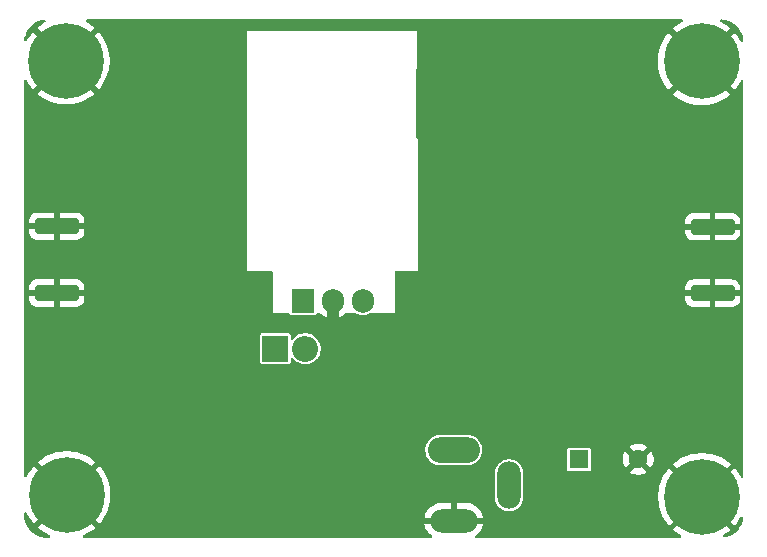
<source format=gbr>
%TF.GenerationSoftware,KiCad,Pcbnew,9.0.0*%
%TF.CreationDate,2025-03-21T19:43:46+05:30*%
%TF.ProjectId,HF-PA-v10,48462d50-412d-4763-9130-2e6b69636164,rev?*%
%TF.SameCoordinates,Original*%
%TF.FileFunction,Copper,L2,Bot*%
%TF.FilePolarity,Positive*%
%FSLAX46Y46*%
G04 Gerber Fmt 4.6, Leading zero omitted, Abs format (unit mm)*
G04 Created by KiCad (PCBNEW 9.0.0) date 2025-03-21 19:43:46*
%MOMM*%
%LPD*%
G01*
G04 APERTURE LIST*
G04 Aperture macros list*
%AMRoundRect*
0 Rectangle with rounded corners*
0 $1 Rounding radius*
0 $2 $3 $4 $5 $6 $7 $8 $9 X,Y pos of 4 corners*
0 Add a 4 corners polygon primitive as box body*
4,1,4,$2,$3,$4,$5,$6,$7,$8,$9,$2,$3,0*
0 Add four circle primitives for the rounded corners*
1,1,$1+$1,$2,$3*
1,1,$1+$1,$4,$5*
1,1,$1+$1,$6,$7*
1,1,$1+$1,$8,$9*
0 Add four rect primitives between the rounded corners*
20,1,$1+$1,$2,$3,$4,$5,0*
20,1,$1+$1,$4,$5,$6,$7,0*
20,1,$1+$1,$6,$7,$8,$9,0*
20,1,$1+$1,$8,$9,$2,$3,0*%
G04 Aperture macros list end*
%TA.AperFunction,ComponentPad*%
%ADD10C,0.800000*%
%TD*%
%TA.AperFunction,ComponentPad*%
%ADD11C,6.400000*%
%TD*%
%TA.AperFunction,SMDPad,CuDef*%
%ADD12RoundRect,0.250000X1.600000X-0.425000X1.600000X0.425000X-1.600000X0.425000X-1.600000X-0.425000X0*%
%TD*%
%TA.AperFunction,ComponentPad*%
%ADD13O,4.400000X2.200000*%
%TD*%
%TA.AperFunction,ComponentPad*%
%ADD14O,4.000000X2.000000*%
%TD*%
%TA.AperFunction,ComponentPad*%
%ADD15O,2.000000X4.000000*%
%TD*%
%TA.AperFunction,ComponentPad*%
%ADD16R,2.200000X2.200000*%
%TD*%
%TA.AperFunction,ComponentPad*%
%ADD17O,2.200000X2.200000*%
%TD*%
%TA.AperFunction,SMDPad,CuDef*%
%ADD18RoundRect,0.250000X-1.600000X0.425000X-1.600000X-0.425000X1.600000X-0.425000X1.600000X0.425000X0*%
%TD*%
%TA.AperFunction,ComponentPad*%
%ADD19R,1.905000X2.000000*%
%TD*%
%TA.AperFunction,ComponentPad*%
%ADD20O,1.905000X2.000000*%
%TD*%
%TA.AperFunction,ComponentPad*%
%ADD21R,1.600000X1.600000*%
%TD*%
%TA.AperFunction,ComponentPad*%
%ADD22C,1.600000*%
%TD*%
%TA.AperFunction,ViaPad*%
%ADD23C,0.800000*%
%TD*%
%TA.AperFunction,Conductor*%
%ADD24C,1.000000*%
%TD*%
G04 APERTURE END LIST*
D10*
%TO.P,H3,1,1*%
%TO.N,GND*%
X1250000Y-40310000D03*
X1952944Y-38612944D03*
X1952944Y-42007056D03*
X3650000Y-37910000D03*
D11*
X3650000Y-40310000D03*
D10*
X3650000Y-42710000D03*
X5347056Y-38612944D03*
X5347056Y-42007056D03*
X6050000Y-40310000D03*
%TD*%
D12*
%TO.P,RF_OUT1,2,Ext*%
%TO.N,GND*%
X58330000Y-17600000D03*
X58330000Y-23250000D03*
%TD*%
D13*
%TO.P,Power1,1*%
%TO.N,+VDC*%
X36410000Y-36505000D03*
D14*
%TO.P,Power1,2*%
%TO.N,GND*%
X36410000Y-42505000D03*
D15*
%TO.P,Power1,3*%
%TO.N,unconnected-(Power1-Pad3)*%
X41110000Y-39505000D03*
%TD*%
D10*
%TO.P,H4,1,1*%
%TO.N,GND*%
X55022944Y-40480000D03*
X55725888Y-38782944D03*
X55725888Y-42177056D03*
X57422944Y-38080000D03*
D11*
X57422944Y-40480000D03*
D10*
X57422944Y-42880000D03*
X59120000Y-38782944D03*
X59120000Y-42177056D03*
X59822944Y-40480000D03*
%TD*%
D16*
%TO.P,D1,1,K*%
%TO.N,4.5V*%
X21310000Y-27930000D03*
D17*
%TO.P,D1,2,A*%
%TO.N,Net-(D1-A)*%
X23850000Y-27930000D03*
%TD*%
D18*
%TO.P,RF_IN1,2,Ext*%
%TO.N,GND*%
X2805000Y-23230000D03*
X2805000Y-17580000D03*
%TD*%
D19*
%TO.P,Q1,1,G*%
%TO.N,Net-(Q1-G)*%
X23650000Y-23875000D03*
D20*
%TO.P,Q1,2,S*%
%TO.N,GND*%
X26190000Y-23875000D03*
%TO.P,Q1,3,D*%
%TO.N,/DRAIN*%
X28730000Y-23875000D03*
%TD*%
D21*
%TO.P,C6,1*%
%TO.N,+VDC*%
X47032349Y-37305000D03*
D22*
%TO.P,C6,2*%
%TO.N,GND*%
X52032349Y-37305000D03*
%TD*%
D10*
%TO.P,H1,1,1*%
%TO.N,GND*%
X1180000Y-3550000D03*
X1882944Y-1852944D03*
X1882944Y-5247056D03*
X3580000Y-1150000D03*
D11*
X3580000Y-3550000D03*
D10*
X3580000Y-5950000D03*
X5277056Y-1852944D03*
X5277056Y-5247056D03*
X5980000Y-3550000D03*
%TD*%
%TO.P,H2,1,1*%
%TO.N,GND*%
X55002944Y-3610000D03*
X55705888Y-1912944D03*
X55705888Y-5307056D03*
X57402944Y-1210000D03*
D11*
X57402944Y-3610000D03*
D10*
X57402944Y-6010000D03*
X59100000Y-1912944D03*
X59100000Y-5307056D03*
X59802944Y-3610000D03*
%TD*%
D23*
%TO.N,GND*%
X14610000Y-4630000D03*
X10975000Y-33900000D03*
X26200000Y-27650000D03*
X16775000Y-39800000D03*
X16725000Y-30900000D03*
X56610000Y-31630000D03*
X12525000Y-38300000D03*
X44560000Y-32950000D03*
X26200000Y-26150000D03*
X16110000Y-6130000D03*
X13110000Y-4630000D03*
X37625000Y-15550000D03*
X13110000Y-7630000D03*
X16110000Y-1630000D03*
X13110000Y-12105000D03*
X18200000Y-36900000D03*
X59450000Y-11050000D03*
X16100000Y-16300000D03*
X48500000Y-41950000D03*
X7100000Y-28650000D03*
X37625000Y-14050000D03*
X50850000Y-30150000D03*
X30700000Y-29150000D03*
X10110000Y-7630000D03*
X7110000Y-12130000D03*
X10110000Y-10605000D03*
X42125000Y-17050000D03*
X16110000Y-12105000D03*
X7150000Y-17550000D03*
X55100000Y-15550000D03*
X53840000Y-27370000D03*
X24080000Y-36630000D03*
X36125000Y-12550000D03*
X12110000Y-42630000D03*
X53700000Y-15550000D03*
X45100000Y-11050000D03*
X4110000Y-13380000D03*
X36125000Y-17050000D03*
X25580000Y-35130000D03*
X11610000Y-7630000D03*
X18200000Y-32400000D03*
X27500000Y-36650000D03*
X42125000Y-11050000D03*
X49350000Y-30150000D03*
X47780000Y-2140000D03*
X16110000Y-9130000D03*
X8610000Y-14880000D03*
X36125000Y-14050000D03*
X52350000Y-31650000D03*
X9525000Y-39800000D03*
X53700000Y-12550000D03*
X22610000Y-42630000D03*
X46375000Y-14050000D03*
X29200000Y-26150000D03*
X36125000Y-11050000D03*
X47220000Y-42960000D03*
X5610000Y-36130000D03*
X36125000Y-15550000D03*
X7110000Y-10630000D03*
X14610000Y-1630000D03*
X52200000Y-11050000D03*
X4110000Y-36130000D03*
X7110000Y-31630000D03*
X13110000Y-3130000D03*
X52200000Y-15550000D03*
X24110000Y-42630000D03*
X4110000Y-33130000D03*
X55110000Y-30130000D03*
X13610000Y-42630000D03*
X47850000Y-11050000D03*
X46375000Y-15550000D03*
X34625000Y-12550000D03*
X14610000Y-12105000D03*
X39125000Y-17050000D03*
X16725000Y-36900000D03*
X34625000Y-11050000D03*
X32200000Y-27650000D03*
X56600000Y-28850000D03*
X43600000Y-17050000D03*
X40625000Y-12550000D03*
X46375000Y-11050000D03*
X10110000Y-6130000D03*
X8600000Y-27150000D03*
X45100000Y-15550000D03*
X57975000Y-14050000D03*
X5610000Y-14880000D03*
X58110000Y-31630000D03*
X50725000Y-17050000D03*
X55100000Y-27350000D03*
X49255000Y-2140000D03*
X46060000Y-32950000D03*
X58110000Y-33130000D03*
X11610000Y-6130000D03*
X49350000Y-11050000D03*
X15450000Y-32400000D03*
X16725000Y-35400000D03*
X30700000Y-26150000D03*
X56600000Y-27350000D03*
X21110000Y-42630000D03*
X5610000Y-30130000D03*
X8650000Y-16050000D03*
X1110000Y-14880000D03*
X39125000Y-11050000D03*
X10110000Y-9130000D03*
X27500000Y-35150000D03*
X13110000Y-6130000D03*
X42030000Y-2140000D03*
X12475000Y-30900000D03*
X48500000Y-42950000D03*
X5600000Y-28650000D03*
X29200000Y-27650000D03*
X17650000Y-25850000D03*
X7110000Y-36130000D03*
X4110000Y-31630000D03*
X59610000Y-31630000D03*
X5610000Y-33130000D03*
X37625000Y-17050000D03*
X10975000Y-32400000D03*
X11610000Y-3130000D03*
X46375000Y-12550000D03*
X30700000Y-30700000D03*
X32200000Y-30700000D03*
X14610000Y-9130000D03*
X52350000Y-30150000D03*
X6310000Y-23340000D03*
X50725000Y-11050000D03*
X53000000Y-42950000D03*
X19150000Y-25850000D03*
X13110000Y-1630000D03*
X13950000Y-35400000D03*
X11610000Y-12105000D03*
X4110000Y-28630000D03*
X24080000Y-35130000D03*
X32200000Y-26150000D03*
X15500000Y-39800000D03*
X12525000Y-39800000D03*
X14610000Y-6130000D03*
X30500000Y-35150000D03*
X10975000Y-30900000D03*
X58100000Y-27350000D03*
X18200000Y-33900000D03*
X10110000Y-1630000D03*
X53000000Y-41950000D03*
X32200000Y-29150000D03*
X56600000Y-11050000D03*
X11610000Y-9130000D03*
X25610000Y-42630000D03*
X51500000Y-41950000D03*
X13950000Y-30900000D03*
X8610000Y-12130000D03*
X59450000Y-15550000D03*
X55100000Y-28850000D03*
X16725000Y-32400000D03*
X12475000Y-33900000D03*
X4110000Y-34630000D03*
X40625000Y-17050000D03*
X9475000Y-30900000D03*
X42125000Y-12550000D03*
X1110000Y-10630000D03*
X16170000Y-25860000D03*
X4110000Y-27130000D03*
X16110000Y-14855000D03*
X37625000Y-11050000D03*
X43600000Y-14050000D03*
X7110000Y-13380000D03*
X27700000Y-26150000D03*
X59600000Y-28850000D03*
X16610000Y-42630000D03*
X15110000Y-42630000D03*
X49350000Y-12550000D03*
X9475000Y-36900000D03*
X16110000Y-13380000D03*
X7110000Y-33130000D03*
X50000000Y-42950000D03*
X52200000Y-17050000D03*
X15500000Y-38300000D03*
X9475000Y-32400000D03*
X53840000Y-28870000D03*
X2610000Y-9130000D03*
X36030000Y-2140000D03*
X10110000Y-12105000D03*
X5610000Y-9130000D03*
X40625000Y-15550000D03*
X42125000Y-14050000D03*
X40625000Y-11050000D03*
X25580000Y-36630000D03*
X14610000Y-10605000D03*
X13110000Y-10605000D03*
X39030000Y-2140000D03*
X57975000Y-12550000D03*
X45100000Y-17050000D03*
X16110000Y-4630000D03*
X55100000Y-14050000D03*
X51500000Y-42950000D03*
X7110000Y-9130000D03*
X2610000Y-34630000D03*
X8610000Y-9130000D03*
X59450000Y-12550000D03*
X1110000Y-36130000D03*
X5610000Y-31630000D03*
X34625000Y-15550000D03*
X1110000Y-34630000D03*
X9525000Y-38300000D03*
X2610000Y-28630000D03*
X59450000Y-14050000D03*
X56600000Y-14050000D03*
X42125000Y-15550000D03*
X43600000Y-11050000D03*
X50725000Y-15550000D03*
X17600000Y-17800000D03*
X58110000Y-30130000D03*
X39125000Y-15550000D03*
X8600000Y-25650000D03*
X27700000Y-30700000D03*
X45100000Y-14050000D03*
X8600000Y-28650000D03*
X13110000Y-14855000D03*
X47850000Y-17050000D03*
X12475000Y-32400000D03*
X12475000Y-36900000D03*
X49350000Y-17050000D03*
X11025000Y-38300000D03*
X43600000Y-15550000D03*
X59600000Y-27350000D03*
X14610000Y-14855000D03*
X10110000Y-13380000D03*
X18250000Y-39800000D03*
X33680000Y-32650000D03*
X16775000Y-38300000D03*
X8610000Y-10630000D03*
X9475000Y-33900000D03*
X49350000Y-15550000D03*
X17600000Y-20550000D03*
X14610000Y-7630000D03*
X1110000Y-12130000D03*
X2610000Y-13380000D03*
X6310000Y-24840000D03*
X29000000Y-36650000D03*
X13110000Y-13380000D03*
X16110000Y-3130000D03*
X53700000Y-14050000D03*
X7110000Y-14880000D03*
X4110000Y-14880000D03*
X7100000Y-27150000D03*
X5610000Y-34630000D03*
X43530000Y-2140000D03*
X30500000Y-36650000D03*
X22580000Y-35130000D03*
X57975000Y-15550000D03*
X5600000Y-27150000D03*
X18250000Y-38300000D03*
X57975000Y-11050000D03*
X18200000Y-30900000D03*
X46375000Y-17050000D03*
X30700000Y-27650000D03*
X29000000Y-35150000D03*
X10110000Y-4630000D03*
X11610000Y-1630000D03*
X11025000Y-39800000D03*
X13110000Y-9130000D03*
X16100000Y-17800000D03*
X10975000Y-35400000D03*
X11610000Y-10605000D03*
X17600000Y-19075000D03*
X52200000Y-12550000D03*
X56600000Y-15550000D03*
X2610000Y-12130000D03*
X1110000Y-9130000D03*
X8610000Y-13380000D03*
X50850000Y-31650000D03*
X17600000Y-16300000D03*
X7150000Y-16050000D03*
X39125000Y-14050000D03*
X5610000Y-13380000D03*
X37530000Y-2140000D03*
X18200000Y-35400000D03*
X47220000Y-41960000D03*
X8650000Y-17550000D03*
X13950000Y-36900000D03*
X10975000Y-36900000D03*
X39125000Y-12550000D03*
X53700000Y-17050000D03*
X19610000Y-42630000D03*
X56600000Y-12550000D03*
X22580000Y-36630000D03*
X43600000Y-12550000D03*
X27700000Y-29150000D03*
X2610000Y-33130000D03*
X7100000Y-25650000D03*
X15450000Y-33900000D03*
X58100000Y-28850000D03*
X47850000Y-12550000D03*
X55100000Y-11050000D03*
X34625000Y-14050000D03*
X10610000Y-42630000D03*
X16110000Y-10605000D03*
X6310000Y-21840000D03*
X27700000Y-27650000D03*
X40625000Y-14050000D03*
X53850000Y-30150000D03*
X7110000Y-30130000D03*
X16110000Y-7630000D03*
X16725000Y-33900000D03*
X50755000Y-2140000D03*
X7110000Y-34630000D03*
X2610000Y-10630000D03*
X1110000Y-33130000D03*
X49350000Y-14050000D03*
X2610000Y-31630000D03*
X40530000Y-2140000D03*
X10110000Y-3130000D03*
X44560000Y-34450000D03*
X15450000Y-35400000D03*
X26200000Y-29150000D03*
X4110000Y-12130000D03*
X46505000Y-2140000D03*
X11610000Y-14855000D03*
X10110000Y-14855000D03*
X15450000Y-30900000D03*
X53850000Y-31650000D03*
X11610000Y-13380000D03*
X11610000Y-4630000D03*
X14000000Y-38300000D03*
X37625000Y-12550000D03*
X13950000Y-33900000D03*
X59610000Y-33130000D03*
X56610000Y-30130000D03*
X14610000Y-3130000D03*
X52200000Y-14050000D03*
X45100000Y-12550000D03*
X4110000Y-30130000D03*
X5600000Y-25650000D03*
X5610000Y-10630000D03*
X59610000Y-30130000D03*
X34625000Y-17050000D03*
X5610000Y-12130000D03*
X2610000Y-30130000D03*
X2610000Y-27130000D03*
X53700000Y-11050000D03*
X47850000Y-14050000D03*
X50725000Y-12550000D03*
X33680000Y-34200000D03*
X4110000Y-10630000D03*
X4110000Y-9130000D03*
X29200000Y-30700000D03*
X16100000Y-19075000D03*
X13950000Y-32400000D03*
X2610000Y-14880000D03*
X15450000Y-36900000D03*
X29200000Y-29150000D03*
X55110000Y-31630000D03*
X50725000Y-14050000D03*
X12475000Y-35400000D03*
X18110000Y-42630000D03*
X49350000Y-31650000D03*
X1110000Y-13380000D03*
X55100000Y-12550000D03*
X45005000Y-2140000D03*
X59610000Y-34630000D03*
X9475000Y-35400000D03*
X14000000Y-39800000D03*
X58110000Y-34630000D03*
X47850000Y-15550000D03*
X14610000Y-13380000D03*
X2610000Y-36130000D03*
%TD*%
D24*
%TO.N,GND*%
X26190000Y-23875000D02*
X26190000Y-29140000D01*
%TD*%
%TA.AperFunction,Conductor*%
%TO.N,GND*%
G36*
X20750000Y-41750000D02*
G01*
X7750000Y-41750000D01*
X7750000Y-29750000D01*
X20750000Y-29750000D01*
X20750000Y-41750000D01*
G37*
%TD.AperFunction*%
%TD*%
%TA.AperFunction,Conductor*%
%TO.N,GND*%
G36*
X2429588Y-41352330D02*
G01*
X2607670Y-41530412D01*
X2709301Y-41604251D01*
X2164885Y-42148666D01*
X2202944Y-42056784D01*
X2202944Y-41957328D01*
X2164884Y-41865442D01*
X2094558Y-41795116D01*
X2002672Y-41757056D01*
X1903216Y-41757056D01*
X1811330Y-41795116D01*
X1741004Y-41865442D01*
X1702944Y-41957328D01*
X1702944Y-42056784D01*
X1741004Y-42148670D01*
X1811330Y-42218996D01*
X1903216Y-42257056D01*
X2002672Y-42257056D01*
X2094554Y-42218997D01*
X1215232Y-43098319D01*
X1215233Y-43098320D01*
X1443249Y-43285448D01*
X1745519Y-43487418D01*
X1745537Y-43487429D01*
X2066130Y-43658790D01*
X2066135Y-43658792D01*
X2192028Y-43710939D01*
X2200803Y-43718010D01*
X2211614Y-43721185D01*
X2227517Y-43739538D01*
X2246431Y-43754780D01*
X2249990Y-43765473D01*
X2257369Y-43773989D01*
X2260825Y-43798028D01*
X2268496Y-43821074D01*
X2265709Y-43831992D01*
X2267313Y-43843147D01*
X2257223Y-43865240D01*
X2251217Y-43888773D01*
X2242969Y-43896451D01*
X2238288Y-43906703D01*
X2217855Y-43919833D01*
X2200080Y-43936384D01*
X2187464Y-43939365D01*
X2179510Y-43944477D01*
X2144575Y-43949500D01*
X2004067Y-43949500D01*
X1995957Y-43949235D01*
X1753642Y-43933353D01*
X1737562Y-43931235D01*
X1598778Y-43903629D01*
X1503401Y-43884657D01*
X1487735Y-43880459D01*
X1261654Y-43803715D01*
X1246674Y-43797510D01*
X1032541Y-43691912D01*
X1018495Y-43683803D01*
X819977Y-43551157D01*
X807109Y-43541283D01*
X627605Y-43383863D01*
X616136Y-43372394D01*
X458716Y-43192890D01*
X448842Y-43180022D01*
X415418Y-43130000D01*
X316196Y-42981504D01*
X308089Y-42967463D01*
X202485Y-42753318D01*
X196287Y-42738352D01*
X119538Y-42512257D01*
X115344Y-42496607D01*
X68762Y-42262424D01*
X66647Y-42246367D01*
X50765Y-42004042D01*
X50500Y-41995933D01*
X50500Y-41911993D01*
X70185Y-41844954D01*
X122989Y-41799199D01*
X192147Y-41789255D01*
X255703Y-41818280D01*
X289061Y-41864541D01*
X301204Y-41893858D01*
X301209Y-41893869D01*
X472570Y-42214462D01*
X472581Y-42214480D01*
X674551Y-42516750D01*
X861678Y-42744765D01*
X861679Y-42744766D01*
X2355747Y-41250697D01*
X2429588Y-41352330D01*
G37*
%TD.AperFunction*%
%TA.AperFunction,Conductor*%
G36*
X55785289Y-70185D02*
G01*
X55831044Y-122989D01*
X55840988Y-192147D01*
X55811963Y-255703D01*
X55776703Y-283858D01*
X55498481Y-432570D01*
X55498463Y-432581D01*
X55196202Y-634545D01*
X55196198Y-634548D01*
X54968177Y-821679D01*
X54968177Y-821680D01*
X55847500Y-1701003D01*
X55755616Y-1662944D01*
X55656160Y-1662944D01*
X55564274Y-1701004D01*
X55493948Y-1771330D01*
X55455888Y-1863216D01*
X55455888Y-1962672D01*
X55493947Y-2054556D01*
X54614624Y-1175233D01*
X54614623Y-1175233D01*
X54427492Y-1403254D01*
X54427489Y-1403258D01*
X54225525Y-1705519D01*
X54225514Y-1705537D01*
X54054153Y-2026130D01*
X54054151Y-2026135D01*
X53915030Y-2362002D01*
X53809497Y-2709898D01*
X53809494Y-2709909D01*
X53738576Y-3066443D01*
X53702944Y-3428234D01*
X53702944Y-3791765D01*
X53738576Y-4153556D01*
X53809494Y-4510090D01*
X53809497Y-4510101D01*
X53915030Y-4857997D01*
X54054151Y-5193864D01*
X54054153Y-5193869D01*
X54225514Y-5514462D01*
X54225525Y-5514480D01*
X54427495Y-5816750D01*
X54614622Y-6044765D01*
X54614623Y-6044766D01*
X56108691Y-4550697D01*
X56182532Y-4652330D01*
X56360614Y-4830412D01*
X56462245Y-4904251D01*
X55917829Y-5448666D01*
X55955888Y-5356784D01*
X55955888Y-5257328D01*
X55917828Y-5165442D01*
X55847502Y-5095116D01*
X55755616Y-5057056D01*
X55656160Y-5057056D01*
X55564274Y-5095116D01*
X55493948Y-5165442D01*
X55455888Y-5257328D01*
X55455888Y-5356784D01*
X55493948Y-5448670D01*
X55564274Y-5518996D01*
X55656160Y-5557056D01*
X55755616Y-5557056D01*
X55847498Y-5518997D01*
X54968176Y-6398319D01*
X54968177Y-6398320D01*
X55196193Y-6585448D01*
X55498463Y-6787418D01*
X55498481Y-6787429D01*
X55819074Y-6958790D01*
X55819079Y-6958792D01*
X56154946Y-7097913D01*
X56502842Y-7203446D01*
X56502853Y-7203449D01*
X56859387Y-7274367D01*
X57221178Y-7310000D01*
X57584710Y-7310000D01*
X57946500Y-7274367D01*
X58303034Y-7203449D01*
X58303045Y-7203446D01*
X58650941Y-7097913D01*
X58986808Y-6958792D01*
X58986813Y-6958790D01*
X59307406Y-6787429D01*
X59307424Y-6787418D01*
X59609680Y-6585457D01*
X59609694Y-6585447D01*
X59837709Y-6398320D01*
X59837710Y-6398319D01*
X58958387Y-5518996D01*
X59050272Y-5557056D01*
X59149728Y-5557056D01*
X59241614Y-5518996D01*
X59311940Y-5448670D01*
X59350000Y-5356784D01*
X59350000Y-5257328D01*
X59311940Y-5165443D01*
X60191263Y-6044766D01*
X60191264Y-6044765D01*
X60378391Y-5816750D01*
X60378401Y-5816736D01*
X60580362Y-5514480D01*
X60580373Y-5514462D01*
X60716142Y-5260457D01*
X60765104Y-5210613D01*
X60833242Y-5195152D01*
X60898922Y-5218984D01*
X60941290Y-5274541D01*
X60949500Y-5318910D01*
X60949500Y-38733671D01*
X60929815Y-38800710D01*
X60877011Y-38846465D01*
X60807853Y-38856409D01*
X60744297Y-38827384D01*
X60716142Y-38792125D01*
X60600368Y-38575529D01*
X60600362Y-38575519D01*
X60398392Y-38273249D01*
X60211264Y-38045233D01*
X60211263Y-38045232D01*
X59331941Y-38924553D01*
X59370000Y-38832672D01*
X59370000Y-38733216D01*
X59331940Y-38641330D01*
X59261614Y-38571004D01*
X59169728Y-38532944D01*
X59070272Y-38532944D01*
X58978386Y-38571004D01*
X58908060Y-38641330D01*
X58870000Y-38733216D01*
X58870000Y-38832672D01*
X58908060Y-38924558D01*
X58978386Y-38994884D01*
X59070272Y-39032944D01*
X59169728Y-39032944D01*
X59261609Y-38994885D01*
X58717195Y-39539300D01*
X58643356Y-39437670D01*
X58465274Y-39259588D01*
X58363642Y-39185748D01*
X59857710Y-37691679D01*
X59857709Y-37691678D01*
X59629694Y-37504551D01*
X59327424Y-37302581D01*
X59327406Y-37302570D01*
X59006813Y-37131209D01*
X59006808Y-37131207D01*
X58670941Y-36992086D01*
X58323045Y-36886553D01*
X58323034Y-36886550D01*
X57966500Y-36815632D01*
X57604710Y-36780000D01*
X57241178Y-36780000D01*
X56879387Y-36815632D01*
X56522853Y-36886550D01*
X56522842Y-36886553D01*
X56174946Y-36992086D01*
X55839079Y-37131207D01*
X55839074Y-37131209D01*
X55518481Y-37302570D01*
X55518463Y-37302581D01*
X55216202Y-37504545D01*
X55216198Y-37504548D01*
X54988177Y-37691679D01*
X54988177Y-37691680D01*
X55867500Y-38571003D01*
X55775616Y-38532944D01*
X55676160Y-38532944D01*
X55584274Y-38571004D01*
X55513948Y-38641330D01*
X55475888Y-38733216D01*
X55475888Y-38832672D01*
X55513947Y-38924556D01*
X54634624Y-38045233D01*
X54634623Y-38045233D01*
X54447492Y-38273254D01*
X54447489Y-38273258D01*
X54245525Y-38575519D01*
X54245514Y-38575537D01*
X54074153Y-38896130D01*
X54074151Y-38896135D01*
X53935030Y-39232002D01*
X53829497Y-39579898D01*
X53829494Y-39579909D01*
X53758576Y-39936443D01*
X53722944Y-40298234D01*
X53722944Y-40661765D01*
X53758576Y-41023556D01*
X53829494Y-41380090D01*
X53829497Y-41380101D01*
X53935030Y-41727997D01*
X54074151Y-42063864D01*
X54074153Y-42063869D01*
X54245514Y-42384462D01*
X54245525Y-42384480D01*
X54447495Y-42686750D01*
X54634622Y-42914765D01*
X54634623Y-42914766D01*
X56128691Y-41420697D01*
X56202532Y-41522330D01*
X56380614Y-41700412D01*
X56482245Y-41774251D01*
X55937829Y-42318666D01*
X55975888Y-42226784D01*
X55975888Y-42127328D01*
X55937828Y-42035442D01*
X55867502Y-41965116D01*
X55775616Y-41927056D01*
X55676160Y-41927056D01*
X55584274Y-41965116D01*
X55513948Y-42035442D01*
X55475888Y-42127328D01*
X55475888Y-42226784D01*
X55513948Y-42318670D01*
X55584274Y-42388996D01*
X55676160Y-42427056D01*
X55775616Y-42427056D01*
X55867498Y-42388997D01*
X54988176Y-43268319D01*
X54988177Y-43268320D01*
X55216193Y-43455448D01*
X55518463Y-43657418D01*
X55518481Y-43657429D01*
X55628325Y-43716142D01*
X55678170Y-43765104D01*
X55693630Y-43833242D01*
X55669798Y-43898922D01*
X55614241Y-43941290D01*
X55569872Y-43949500D01*
X38355401Y-43949500D01*
X38288362Y-43929815D01*
X38242607Y-43877011D01*
X38232663Y-43807853D01*
X38261688Y-43744297D01*
X38282515Y-43725182D01*
X38387186Y-43649133D01*
X38554133Y-43482186D01*
X38692914Y-43291171D01*
X38800102Y-43080802D01*
X38873065Y-42856247D01*
X38889102Y-42755000D01*
X37843012Y-42755000D01*
X37875925Y-42697993D01*
X37910000Y-42570826D01*
X37910000Y-42439174D01*
X37875925Y-42312007D01*
X37843012Y-42255000D01*
X38889102Y-42255000D01*
X38873065Y-42153752D01*
X38800102Y-41929197D01*
X38692914Y-41718828D01*
X38554133Y-41527813D01*
X38387186Y-41360866D01*
X38196171Y-41222085D01*
X37985802Y-41114897D01*
X37761247Y-41041934D01*
X37761248Y-41041934D01*
X37528052Y-41005000D01*
X36660000Y-41005000D01*
X36660000Y-42005000D01*
X36160000Y-42005000D01*
X36160000Y-41005000D01*
X35291948Y-41005000D01*
X35058752Y-41041934D01*
X34834197Y-41114897D01*
X34623828Y-41222085D01*
X34432813Y-41360866D01*
X34265866Y-41527813D01*
X34127085Y-41718828D01*
X34019897Y-41929197D01*
X33946934Y-42153752D01*
X33930898Y-42255000D01*
X34976988Y-42255000D01*
X34944075Y-42312007D01*
X34910000Y-42439174D01*
X34910000Y-42570826D01*
X34944075Y-42697993D01*
X34976988Y-42755000D01*
X33930898Y-42755000D01*
X33946934Y-42856247D01*
X34019897Y-43080802D01*
X34127085Y-43291171D01*
X34265866Y-43482186D01*
X34432813Y-43649133D01*
X34537485Y-43725182D01*
X34580150Y-43780512D01*
X34586129Y-43850125D01*
X34553523Y-43911920D01*
X34492684Y-43946278D01*
X34464599Y-43949500D01*
X5155425Y-43949500D01*
X5088386Y-43929815D01*
X5042631Y-43877011D01*
X5032687Y-43807853D01*
X5061712Y-43744297D01*
X5107972Y-43710939D01*
X5233864Y-43658792D01*
X5233869Y-43658790D01*
X5554462Y-43487429D01*
X5554480Y-43487418D01*
X5856736Y-43285457D01*
X5856750Y-43285447D01*
X6084765Y-43098320D01*
X6084766Y-43098319D01*
X5205443Y-42218996D01*
X5297328Y-42257056D01*
X5396784Y-42257056D01*
X5488670Y-42218996D01*
X5558996Y-42148670D01*
X5597056Y-42056784D01*
X5597056Y-41957328D01*
X5558996Y-41865443D01*
X6438319Y-42744766D01*
X6438320Y-42744765D01*
X6625447Y-42516750D01*
X6625457Y-42516736D01*
X6821611Y-42223172D01*
X6827418Y-42214480D01*
X6827429Y-42214462D01*
X6998790Y-41893869D01*
X6998792Y-41893864D01*
X7058383Y-41750000D01*
X7750000Y-41750000D01*
X20750000Y-41750000D01*
X20750000Y-38410513D01*
X39909500Y-38410513D01*
X39909500Y-40599486D01*
X39939059Y-40786118D01*
X39997454Y-40965836D01*
X40062853Y-41094187D01*
X40083240Y-41134199D01*
X40194310Y-41287073D01*
X40327927Y-41420690D01*
X40480801Y-41531760D01*
X40560347Y-41572290D01*
X40649163Y-41617545D01*
X40649165Y-41617545D01*
X40649168Y-41617547D01*
X40745497Y-41648846D01*
X40828881Y-41675940D01*
X41015514Y-41705500D01*
X41015519Y-41705500D01*
X41204486Y-41705500D01*
X41391118Y-41675940D01*
X41570832Y-41617547D01*
X41739199Y-41531760D01*
X41892073Y-41420690D01*
X42025690Y-41287073D01*
X42136760Y-41134199D01*
X42222547Y-40965832D01*
X42280940Y-40786118D01*
X42289828Y-40730000D01*
X42310500Y-40599486D01*
X42310500Y-38410513D01*
X42280940Y-38223881D01*
X42247817Y-38121940D01*
X42222547Y-38044168D01*
X42222545Y-38044165D01*
X42222545Y-38044163D01*
X42177290Y-37955347D01*
X42136760Y-37875801D01*
X42025690Y-37722927D01*
X41892073Y-37589310D01*
X41739199Y-37478240D01*
X41702212Y-37459394D01*
X41570836Y-37392454D01*
X41391118Y-37334059D01*
X41204486Y-37304500D01*
X41204481Y-37304500D01*
X41015519Y-37304500D01*
X41015514Y-37304500D01*
X40828881Y-37334059D01*
X40649163Y-37392454D01*
X40480800Y-37478240D01*
X40421011Y-37521680D01*
X40327927Y-37589310D01*
X40327925Y-37589312D01*
X40327924Y-37589312D01*
X40194312Y-37722924D01*
X40194312Y-37722925D01*
X40194310Y-37722927D01*
X40161282Y-37768386D01*
X40083240Y-37875800D01*
X39997454Y-38044163D01*
X39939059Y-38223881D01*
X39909500Y-38410513D01*
X20750000Y-38410513D01*
X20750000Y-36402648D01*
X34009500Y-36402648D01*
X34009500Y-36607352D01*
X34012081Y-36623650D01*
X34041522Y-36809534D01*
X34104781Y-37004223D01*
X34197715Y-37186613D01*
X34318028Y-37352213D01*
X34462786Y-37496971D01*
X34589885Y-37589312D01*
X34628390Y-37617287D01*
X34712219Y-37660000D01*
X34810776Y-37710218D01*
X34810778Y-37710218D01*
X34810781Y-37710220D01*
X34915137Y-37744127D01*
X35005465Y-37773477D01*
X35106557Y-37789488D01*
X35207648Y-37805500D01*
X35207649Y-37805500D01*
X37612351Y-37805500D01*
X37612352Y-37805500D01*
X37814534Y-37773477D01*
X38009219Y-37710220D01*
X38191610Y-37617287D01*
X38323203Y-37521680D01*
X38357213Y-37496971D01*
X38357215Y-37496968D01*
X38357219Y-37496966D01*
X38501966Y-37352219D01*
X38501968Y-37352215D01*
X38501971Y-37352213D01*
X38574532Y-37252339D01*
X38622287Y-37186610D01*
X38715220Y-37004219D01*
X38778477Y-36809534D01*
X38810500Y-36607352D01*
X38810500Y-36485247D01*
X46031849Y-36485247D01*
X46031849Y-38124752D01*
X46043480Y-38183229D01*
X46043481Y-38183230D01*
X46087796Y-38249552D01*
X46154118Y-38293867D01*
X46154119Y-38293868D01*
X46212596Y-38305499D01*
X46212599Y-38305500D01*
X46212601Y-38305500D01*
X47852099Y-38305500D01*
X47852100Y-38305499D01*
X47866917Y-38302552D01*
X47910578Y-38293868D01*
X47910578Y-38293867D01*
X47910580Y-38293867D01*
X47976901Y-38249552D01*
X48021216Y-38183231D01*
X48021216Y-38183229D01*
X48021217Y-38183229D01*
X48032848Y-38124752D01*
X48032849Y-38124750D01*
X48032849Y-37202682D01*
X50732349Y-37202682D01*
X50732349Y-37407317D01*
X50764358Y-37609417D01*
X50827593Y-37804031D01*
X50920490Y-37986350D01*
X50920496Y-37986359D01*
X50952872Y-38030921D01*
X50952873Y-38030922D01*
X51632349Y-37351446D01*
X51632349Y-37357661D01*
X51659608Y-37459394D01*
X51712269Y-37550606D01*
X51786743Y-37625080D01*
X51877955Y-37677741D01*
X51979688Y-37705000D01*
X51985902Y-37705000D01*
X51306425Y-38384474D01*
X51350999Y-38416859D01*
X51533317Y-38509755D01*
X51727931Y-38572990D01*
X51930032Y-38605000D01*
X52134666Y-38605000D01*
X52336766Y-38572990D01*
X52531380Y-38509755D01*
X52713698Y-38416859D01*
X52758270Y-38384474D01*
X52078796Y-37705000D01*
X52085010Y-37705000D01*
X52186743Y-37677741D01*
X52277955Y-37625080D01*
X52352429Y-37550606D01*
X52405090Y-37459394D01*
X52432349Y-37357661D01*
X52432349Y-37351447D01*
X53111823Y-38030921D01*
X53144208Y-37986349D01*
X53237104Y-37804031D01*
X53270200Y-37702175D01*
X53300339Y-37609417D01*
X53332349Y-37407317D01*
X53332349Y-37202682D01*
X53300339Y-37000582D01*
X53237104Y-36805968D01*
X53144208Y-36623650D01*
X53111823Y-36579077D01*
X53111823Y-36579076D01*
X52432349Y-37258551D01*
X52432349Y-37252339D01*
X52405090Y-37150606D01*
X52352429Y-37059394D01*
X52277955Y-36984920D01*
X52186743Y-36932259D01*
X52085010Y-36905000D01*
X52078795Y-36905000D01*
X52758271Y-36225524D01*
X52758270Y-36225523D01*
X52713708Y-36193147D01*
X52713699Y-36193141D01*
X52531380Y-36100244D01*
X52336766Y-36037009D01*
X52134666Y-36005000D01*
X51930032Y-36005000D01*
X51727931Y-36037009D01*
X51533317Y-36100244D01*
X51350993Y-36193143D01*
X51306426Y-36225523D01*
X51306426Y-36225524D01*
X51985903Y-36905000D01*
X51979688Y-36905000D01*
X51877955Y-36932259D01*
X51786743Y-36984920D01*
X51712269Y-37059394D01*
X51659608Y-37150606D01*
X51632349Y-37252339D01*
X51632349Y-37258553D01*
X50952873Y-36579077D01*
X50952872Y-36579077D01*
X50920492Y-36623644D01*
X50827593Y-36805968D01*
X50764358Y-37000582D01*
X50732349Y-37202682D01*
X48032849Y-37202682D01*
X48032849Y-36485249D01*
X48032848Y-36485247D01*
X48021217Y-36426770D01*
X48021216Y-36426769D01*
X47976901Y-36360447D01*
X47910579Y-36316132D01*
X47910578Y-36316131D01*
X47852101Y-36304500D01*
X47852097Y-36304500D01*
X46212601Y-36304500D01*
X46212596Y-36304500D01*
X46154119Y-36316131D01*
X46154118Y-36316132D01*
X46087796Y-36360447D01*
X46043481Y-36426769D01*
X46043480Y-36426770D01*
X46031849Y-36485247D01*
X38810500Y-36485247D01*
X38810500Y-36402648D01*
X38778477Y-36200466D01*
X38715220Y-36005781D01*
X38715218Y-36005778D01*
X38715218Y-36005776D01*
X38681503Y-35939607D01*
X38622287Y-35823390D01*
X38614556Y-35812749D01*
X38501971Y-35657786D01*
X38357213Y-35513028D01*
X38191613Y-35392715D01*
X38191612Y-35392714D01*
X38191610Y-35392713D01*
X38134653Y-35363691D01*
X38009223Y-35299781D01*
X37814534Y-35236522D01*
X37639995Y-35208878D01*
X37612352Y-35204500D01*
X35207648Y-35204500D01*
X35183329Y-35208351D01*
X35005465Y-35236522D01*
X34810776Y-35299781D01*
X34628386Y-35392715D01*
X34462786Y-35513028D01*
X34318028Y-35657786D01*
X34197715Y-35823386D01*
X34104781Y-36005776D01*
X34041522Y-36200465D01*
X34016184Y-36360447D01*
X34009500Y-36402648D01*
X20750000Y-36402648D01*
X20750000Y-29750000D01*
X7750000Y-29750000D01*
X7750000Y-41750000D01*
X7058383Y-41750000D01*
X7137913Y-41557997D01*
X7243446Y-41210101D01*
X7243449Y-41210090D01*
X7314367Y-40853556D01*
X7350000Y-40491765D01*
X7350000Y-40128234D01*
X7314367Y-39766443D01*
X7243449Y-39409909D01*
X7243446Y-39409898D01*
X7137913Y-39062002D01*
X6998792Y-38726135D01*
X6998790Y-38726130D01*
X6858733Y-38464102D01*
X6858732Y-38464101D01*
X6827424Y-38405529D01*
X6827418Y-38405519D01*
X6625448Y-38103249D01*
X6438320Y-37875233D01*
X6438319Y-37875232D01*
X5558997Y-38754554D01*
X5597056Y-38662672D01*
X5597056Y-38563216D01*
X5558996Y-38471330D01*
X5488670Y-38401004D01*
X5396784Y-38362944D01*
X5297328Y-38362944D01*
X5205442Y-38401004D01*
X5135116Y-38471330D01*
X5097056Y-38563216D01*
X5097056Y-38662672D01*
X5135116Y-38754558D01*
X5205442Y-38824884D01*
X5297328Y-38862944D01*
X5396784Y-38862944D01*
X5488666Y-38824885D01*
X4944251Y-39369300D01*
X4870412Y-39267670D01*
X4692330Y-39089588D01*
X4590698Y-39015748D01*
X6084766Y-37521679D01*
X6084765Y-37521678D01*
X5856750Y-37334551D01*
X5554480Y-37132581D01*
X5554462Y-37132570D01*
X5233869Y-36961209D01*
X5233864Y-36961207D01*
X4897997Y-36822086D01*
X4550101Y-36716553D01*
X4550090Y-36716550D01*
X4193556Y-36645632D01*
X3831766Y-36610000D01*
X3468234Y-36610000D01*
X3106443Y-36645632D01*
X2749909Y-36716550D01*
X2749898Y-36716553D01*
X2402002Y-36822086D01*
X2066135Y-36961207D01*
X2066130Y-36961209D01*
X1745537Y-37132570D01*
X1745519Y-37132581D01*
X1443258Y-37334545D01*
X1443254Y-37334548D01*
X1215233Y-37521679D01*
X1215233Y-37521680D01*
X2094556Y-38401003D01*
X2002672Y-38362944D01*
X1903216Y-38362944D01*
X1811330Y-38401004D01*
X1741004Y-38471330D01*
X1702944Y-38563216D01*
X1702944Y-38662672D01*
X1741003Y-38754556D01*
X861680Y-37875233D01*
X861679Y-37875233D01*
X674548Y-38103254D01*
X674545Y-38103258D01*
X472581Y-38405519D01*
X472570Y-38405537D01*
X301209Y-38726130D01*
X301207Y-38726135D01*
X289061Y-38755459D01*
X245220Y-38809862D01*
X178926Y-38831927D01*
X111226Y-38814648D01*
X63616Y-38763510D01*
X50500Y-38708006D01*
X50500Y-26810247D01*
X20009500Y-26810247D01*
X20009500Y-29049752D01*
X20021131Y-29108229D01*
X20021132Y-29108230D01*
X20065447Y-29174552D01*
X20131769Y-29218867D01*
X20131770Y-29218868D01*
X20190247Y-29230499D01*
X20190250Y-29230500D01*
X20190252Y-29230500D01*
X22429750Y-29230500D01*
X22429751Y-29230499D01*
X22444568Y-29227552D01*
X22488229Y-29218868D01*
X22488229Y-29218867D01*
X22488231Y-29218867D01*
X22554552Y-29174552D01*
X22598867Y-29108231D01*
X22598867Y-29108229D01*
X22598868Y-29108229D01*
X22610499Y-29049752D01*
X22610500Y-29049750D01*
X22610500Y-28818150D01*
X22630185Y-28751111D01*
X22682989Y-28705356D01*
X22752147Y-28695412D01*
X22815703Y-28724437D01*
X22834819Y-28745266D01*
X22858031Y-28777215D01*
X22858032Y-28777217D01*
X23002786Y-28921971D01*
X23157749Y-29034556D01*
X23168390Y-29042287D01*
X23284607Y-29101503D01*
X23350776Y-29135218D01*
X23350778Y-29135218D01*
X23350781Y-29135220D01*
X23455137Y-29169127D01*
X23545465Y-29198477D01*
X23646557Y-29214488D01*
X23747648Y-29230500D01*
X23747649Y-29230500D01*
X23952351Y-29230500D01*
X23952352Y-29230500D01*
X24154534Y-29198477D01*
X24349219Y-29135220D01*
X24531610Y-29042287D01*
X24624590Y-28974732D01*
X24697213Y-28921971D01*
X24697215Y-28921968D01*
X24697219Y-28921966D01*
X24841966Y-28777219D01*
X24841968Y-28777215D01*
X24841971Y-28777213D01*
X24901402Y-28695412D01*
X24962287Y-28611610D01*
X25055220Y-28429219D01*
X25118477Y-28234534D01*
X25150500Y-28032352D01*
X25150500Y-27827648D01*
X25118477Y-27625466D01*
X25055220Y-27430781D01*
X25055218Y-27430778D01*
X25055218Y-27430776D01*
X25021503Y-27364607D01*
X24962287Y-27248390D01*
X24954556Y-27237749D01*
X24841971Y-27082786D01*
X24697213Y-26938028D01*
X24531613Y-26817715D01*
X24531612Y-26817714D01*
X24531610Y-26817713D01*
X24474653Y-26788691D01*
X24349223Y-26724781D01*
X24154534Y-26661522D01*
X23979995Y-26633878D01*
X23952352Y-26629500D01*
X23747648Y-26629500D01*
X23723329Y-26633351D01*
X23545465Y-26661522D01*
X23350776Y-26724781D01*
X23168386Y-26817715D01*
X23002786Y-26938028D01*
X22858028Y-27082786D01*
X22834818Y-27114734D01*
X22779489Y-27157400D01*
X22709875Y-27163379D01*
X22648080Y-27130774D01*
X22613723Y-27069935D01*
X22610500Y-27041849D01*
X22610500Y-26810249D01*
X22610499Y-26810247D01*
X22598868Y-26751770D01*
X22598867Y-26751769D01*
X22554552Y-26685447D01*
X22488230Y-26641132D01*
X22488229Y-26641131D01*
X22429752Y-26629500D01*
X22429748Y-26629500D01*
X20190252Y-26629500D01*
X20190247Y-26629500D01*
X20131770Y-26641131D01*
X20131769Y-26641132D01*
X20065447Y-26685447D01*
X20021132Y-26751769D01*
X20021131Y-26751770D01*
X20009500Y-26810247D01*
X50500Y-26810247D01*
X50500Y-23704986D01*
X455001Y-23704986D01*
X465494Y-23807697D01*
X520641Y-23974119D01*
X520643Y-23974124D01*
X612684Y-24123345D01*
X736654Y-24247315D01*
X885875Y-24339356D01*
X885880Y-24339358D01*
X1052302Y-24394505D01*
X1052309Y-24394506D01*
X1155019Y-24404999D01*
X2554999Y-24404999D01*
X3055000Y-24404999D01*
X4454972Y-24404999D01*
X4454986Y-24404998D01*
X4557697Y-24394505D01*
X4724119Y-24339358D01*
X4724124Y-24339356D01*
X4873345Y-24247315D01*
X4997315Y-24123345D01*
X5089356Y-23974124D01*
X5089358Y-23974119D01*
X5144505Y-23807697D01*
X5144506Y-23807690D01*
X5154999Y-23704986D01*
X5155000Y-23704973D01*
X5155000Y-23480000D01*
X3055000Y-23480000D01*
X3055000Y-24404999D01*
X2554999Y-24404999D01*
X2555000Y-24404998D01*
X2555000Y-23480000D01*
X455001Y-23480000D01*
X455001Y-23704986D01*
X50500Y-23704986D01*
X50500Y-22755013D01*
X455000Y-22755013D01*
X455000Y-22980000D01*
X2555000Y-22980000D01*
X3055000Y-22980000D01*
X5154999Y-22980000D01*
X5154999Y-22755028D01*
X5154998Y-22755013D01*
X5144505Y-22652302D01*
X5089358Y-22485880D01*
X5089356Y-22485875D01*
X4997315Y-22336654D01*
X4873345Y-22212684D01*
X4724124Y-22120643D01*
X4724119Y-22120641D01*
X4557697Y-22065494D01*
X4557690Y-22065493D01*
X4454986Y-22055000D01*
X3055000Y-22055000D01*
X3055000Y-22980000D01*
X2555000Y-22980000D01*
X2555000Y-22055000D01*
X1155028Y-22055000D01*
X1155012Y-22055001D01*
X1052302Y-22065494D01*
X885880Y-22120641D01*
X885875Y-22120643D01*
X736654Y-22212684D01*
X612684Y-22336654D01*
X520643Y-22485875D01*
X520641Y-22485880D01*
X465494Y-22652302D01*
X465493Y-22652309D01*
X455000Y-22755013D01*
X50500Y-22755013D01*
X50500Y-18054986D01*
X455001Y-18054986D01*
X465494Y-18157697D01*
X520641Y-18324119D01*
X520643Y-18324124D01*
X612684Y-18473345D01*
X736654Y-18597315D01*
X885875Y-18689356D01*
X885880Y-18689358D01*
X1052302Y-18744505D01*
X1052309Y-18744506D01*
X1155019Y-18754999D01*
X2554999Y-18754999D01*
X3055000Y-18754999D01*
X4454972Y-18754999D01*
X4454986Y-18754998D01*
X4557697Y-18744505D01*
X4724119Y-18689358D01*
X4724124Y-18689356D01*
X4873345Y-18597315D01*
X4997315Y-18473345D01*
X5089356Y-18324124D01*
X5089358Y-18324119D01*
X5144505Y-18157697D01*
X5144506Y-18157690D01*
X5154999Y-18054986D01*
X5155000Y-18054973D01*
X5155000Y-17830000D01*
X3055000Y-17830000D01*
X3055000Y-18754999D01*
X2554999Y-18754999D01*
X2555000Y-18754998D01*
X2555000Y-17830000D01*
X455001Y-17830000D01*
X455001Y-18054986D01*
X50500Y-18054986D01*
X50500Y-17105013D01*
X455000Y-17105013D01*
X455000Y-17330000D01*
X2555000Y-17330000D01*
X3055000Y-17330000D01*
X5154999Y-17330000D01*
X5154999Y-17105028D01*
X5154998Y-17105013D01*
X5144505Y-17002302D01*
X5089358Y-16835880D01*
X5089356Y-16835875D01*
X4997315Y-16686654D01*
X4873345Y-16562684D01*
X4724124Y-16470643D01*
X4724119Y-16470641D01*
X4557697Y-16415494D01*
X4557690Y-16415493D01*
X4454986Y-16405000D01*
X3055000Y-16405000D01*
X3055000Y-17330000D01*
X2555000Y-17330000D01*
X2555000Y-16405000D01*
X1155028Y-16405000D01*
X1155012Y-16405001D01*
X1052302Y-16415494D01*
X885880Y-16470641D01*
X885875Y-16470643D01*
X736654Y-16562684D01*
X612684Y-16686654D01*
X520643Y-16835875D01*
X520641Y-16835880D01*
X465494Y-17002302D01*
X465493Y-17002309D01*
X455000Y-17105013D01*
X50500Y-17105013D01*
X50500Y-5290820D01*
X70185Y-5223781D01*
X122989Y-5178026D01*
X192147Y-5168082D01*
X255703Y-5197107D01*
X283858Y-5232367D01*
X402570Y-5454462D01*
X402581Y-5454480D01*
X604551Y-5756750D01*
X791678Y-5984765D01*
X791679Y-5984766D01*
X2285747Y-4490697D01*
X2359588Y-4592330D01*
X2537670Y-4770412D01*
X2639301Y-4844251D01*
X2094885Y-5388666D01*
X2132944Y-5296784D01*
X2132944Y-5197328D01*
X2094884Y-5105442D01*
X2024558Y-5035116D01*
X1932672Y-4997056D01*
X1833216Y-4997056D01*
X1741330Y-5035116D01*
X1671004Y-5105442D01*
X1632944Y-5197328D01*
X1632944Y-5296784D01*
X1671004Y-5388670D01*
X1741330Y-5458996D01*
X1833216Y-5497056D01*
X1932672Y-5497056D01*
X2024554Y-5458997D01*
X1145232Y-6338319D01*
X1145233Y-6338320D01*
X1373249Y-6525448D01*
X1675519Y-6727418D01*
X1675537Y-6727429D01*
X1996130Y-6898790D01*
X1996135Y-6898792D01*
X2332002Y-7037913D01*
X2679898Y-7143446D01*
X2679909Y-7143449D01*
X3036443Y-7214367D01*
X3398234Y-7250000D01*
X3761766Y-7250000D01*
X4123556Y-7214367D01*
X4480090Y-7143449D01*
X4480101Y-7143446D01*
X4827997Y-7037913D01*
X5163864Y-6898792D01*
X5163869Y-6898790D01*
X5484462Y-6727429D01*
X5484480Y-6727418D01*
X5786736Y-6525457D01*
X5786750Y-6525447D01*
X6014765Y-6338320D01*
X6014766Y-6338319D01*
X5135443Y-5458996D01*
X5227328Y-5497056D01*
X5326784Y-5497056D01*
X5418670Y-5458996D01*
X5488996Y-5388670D01*
X5527056Y-5296784D01*
X5527056Y-5197328D01*
X5488996Y-5105443D01*
X6368319Y-5984766D01*
X6368320Y-5984765D01*
X6555447Y-5756750D01*
X6555457Y-5756736D01*
X6757418Y-5454480D01*
X6757429Y-5454462D01*
X6928790Y-5133869D01*
X6928792Y-5133864D01*
X7067913Y-4797997D01*
X7173446Y-4450101D01*
X7173449Y-4450089D01*
X7200461Y-4314293D01*
X18890000Y-4314293D01*
X18890000Y-10090000D01*
X18903181Y-10103181D01*
X18936666Y-10164504D01*
X18939500Y-10190862D01*
X18939500Y-21330918D01*
X18969082Y-21360500D01*
X19010918Y-21360500D01*
X20976000Y-21360500D01*
X21043039Y-21380185D01*
X21088794Y-21432989D01*
X21100000Y-21484500D01*
X21100000Y-24950000D01*
X22440195Y-24950000D01*
X22507234Y-24969685D01*
X22543297Y-25005109D01*
X22552947Y-25019552D01*
X22619269Y-25063867D01*
X22619270Y-25063868D01*
X22677747Y-25075499D01*
X22677750Y-25075500D01*
X22677752Y-25075500D01*
X24622250Y-25075500D01*
X24622251Y-25075499D01*
X24637068Y-25072552D01*
X24680729Y-25063868D01*
X24680729Y-25063867D01*
X24680731Y-25063867D01*
X24747052Y-25019552D01*
X24756703Y-25005109D01*
X24810315Y-24960304D01*
X24859805Y-24950000D01*
X25111993Y-24950000D01*
X25179032Y-24969685D01*
X25199674Y-24986319D01*
X25243757Y-25030402D01*
X25428723Y-25164788D01*
X25632429Y-25268582D01*
X25849871Y-25339234D01*
X25940000Y-25353509D01*
X25940000Y-25074000D01*
X25959685Y-25006961D01*
X26012489Y-24961206D01*
X26064000Y-24950000D01*
X26316000Y-24950000D01*
X26383039Y-24969685D01*
X26428794Y-25022489D01*
X26440000Y-25074000D01*
X26440000Y-25353508D01*
X26530128Y-25339234D01*
X26747570Y-25268582D01*
X26951276Y-25164788D01*
X27136242Y-25030402D01*
X27180326Y-24986319D01*
X27241649Y-24952834D01*
X27268007Y-24950000D01*
X28177112Y-24950000D01*
X28233407Y-24963515D01*
X28287404Y-24991028D01*
X28460001Y-25047108D01*
X28460002Y-25047108D01*
X28460005Y-25047109D01*
X28639257Y-25075500D01*
X28639258Y-25075500D01*
X28820742Y-25075500D01*
X28820743Y-25075500D01*
X28999995Y-25047109D01*
X28999998Y-25047108D01*
X28999999Y-25047108D01*
X29172595Y-24991028D01*
X29172595Y-24991027D01*
X29172598Y-24991027D01*
X29226593Y-24963514D01*
X29282888Y-24950000D01*
X31410000Y-24950000D01*
X31410000Y-23724986D01*
X55980001Y-23724986D01*
X55990494Y-23827697D01*
X56045641Y-23994119D01*
X56045643Y-23994124D01*
X56137684Y-24143345D01*
X56261654Y-24267315D01*
X56410875Y-24359356D01*
X56410880Y-24359358D01*
X56577302Y-24414505D01*
X56577309Y-24414506D01*
X56680019Y-24424999D01*
X58079999Y-24424999D01*
X58580000Y-24424999D01*
X59979972Y-24424999D01*
X59979986Y-24424998D01*
X60082697Y-24414505D01*
X60249119Y-24359358D01*
X60249124Y-24359356D01*
X60398345Y-24267315D01*
X60522315Y-24143345D01*
X60614356Y-23994124D01*
X60614358Y-23994119D01*
X60669505Y-23827697D01*
X60669506Y-23827690D01*
X60679999Y-23724986D01*
X60680000Y-23724973D01*
X60680000Y-23500000D01*
X58580000Y-23500000D01*
X58580000Y-24424999D01*
X58079999Y-24424999D01*
X58080000Y-24424998D01*
X58080000Y-23500000D01*
X55980001Y-23500000D01*
X55980001Y-23724986D01*
X31410000Y-23724986D01*
X31410000Y-22775013D01*
X55980000Y-22775013D01*
X55980000Y-23000000D01*
X58080000Y-23000000D01*
X58580000Y-23000000D01*
X60679999Y-23000000D01*
X60679999Y-22775028D01*
X60679998Y-22775013D01*
X60669505Y-22672302D01*
X60614358Y-22505880D01*
X60614356Y-22505875D01*
X60522315Y-22356654D01*
X60398345Y-22232684D01*
X60249124Y-22140643D01*
X60249119Y-22140641D01*
X60082697Y-22085494D01*
X60082690Y-22085493D01*
X59979986Y-22075000D01*
X58580000Y-22075000D01*
X58580000Y-23000000D01*
X58080000Y-23000000D01*
X58080000Y-22075000D01*
X56680028Y-22075000D01*
X56680012Y-22075001D01*
X56577302Y-22085494D01*
X56410880Y-22140641D01*
X56410875Y-22140643D01*
X56261654Y-22232684D01*
X56137684Y-22356654D01*
X56045643Y-22505875D01*
X56045641Y-22505880D01*
X55990494Y-22672302D01*
X55990493Y-22672309D01*
X55980000Y-22775013D01*
X31410000Y-22775013D01*
X31410000Y-21484500D01*
X31429685Y-21417461D01*
X31482489Y-21371706D01*
X31534000Y-21360500D01*
X33330918Y-21360500D01*
X33360500Y-21330918D01*
X33360500Y-18074986D01*
X55980001Y-18074986D01*
X55990494Y-18177697D01*
X56045641Y-18344119D01*
X56045643Y-18344124D01*
X56137684Y-18493345D01*
X56261654Y-18617315D01*
X56410875Y-18709356D01*
X56410880Y-18709358D01*
X56577302Y-18764505D01*
X56577309Y-18764506D01*
X56680019Y-18774999D01*
X58079999Y-18774999D01*
X58580000Y-18774999D01*
X59979972Y-18774999D01*
X59979986Y-18774998D01*
X60082697Y-18764505D01*
X60249119Y-18709358D01*
X60249124Y-18709356D01*
X60398345Y-18617315D01*
X60522315Y-18493345D01*
X60614356Y-18344124D01*
X60614358Y-18344119D01*
X60669505Y-18177697D01*
X60669506Y-18177690D01*
X60679999Y-18074986D01*
X60680000Y-18074973D01*
X60680000Y-17850000D01*
X58580000Y-17850000D01*
X58580000Y-18774999D01*
X58079999Y-18774999D01*
X58080000Y-18774998D01*
X58080000Y-17850000D01*
X55980001Y-17850000D01*
X55980001Y-18074986D01*
X33360500Y-18074986D01*
X33360500Y-17125013D01*
X55980000Y-17125013D01*
X55980000Y-17350000D01*
X58080000Y-17350000D01*
X58580000Y-17350000D01*
X60679999Y-17350000D01*
X60679999Y-17125028D01*
X60679998Y-17125013D01*
X60669505Y-17022302D01*
X60614358Y-16855880D01*
X60614356Y-16855875D01*
X60522315Y-16706654D01*
X60398345Y-16582684D01*
X60249124Y-16490643D01*
X60249119Y-16490641D01*
X60082697Y-16435494D01*
X60082690Y-16435493D01*
X59979986Y-16425000D01*
X58580000Y-16425000D01*
X58580000Y-17350000D01*
X58080000Y-17350000D01*
X58080000Y-16425000D01*
X56680028Y-16425000D01*
X56680012Y-16425001D01*
X56577302Y-16435494D01*
X56410880Y-16490641D01*
X56410875Y-16490643D01*
X56261654Y-16582684D01*
X56137684Y-16706654D01*
X56045643Y-16855875D01*
X56045641Y-16855880D01*
X55990494Y-17022302D01*
X55990493Y-17022309D01*
X55980000Y-17125013D01*
X33360500Y-17125013D01*
X33360500Y-10164082D01*
X33330918Y-10134500D01*
X33330916Y-10134498D01*
X33316546Y-10128546D01*
X33262143Y-10084704D01*
X33240079Y-10018410D01*
X33240000Y-10013986D01*
X33240000Y-4332780D01*
X33259685Y-4265741D01*
X33276319Y-4245099D01*
X33290918Y-4230500D01*
X33320500Y-4200918D01*
X33320500Y-1109082D01*
X33290918Y-1079500D01*
X18970918Y-1079500D01*
X18929082Y-1079500D01*
X18929081Y-1079500D01*
X18899500Y-1109081D01*
X18899500Y-4200918D01*
X18899888Y-4201855D01*
X18902025Y-4221728D01*
X18909012Y-4240460D01*
X18905684Y-4255759D01*
X18907358Y-4271324D01*
X18898410Y-4289198D01*
X18894162Y-4308733D01*
X18890000Y-4314293D01*
X7200461Y-4314293D01*
X7214354Y-4244447D01*
X7244367Y-4093556D01*
X7280000Y-3731765D01*
X7280000Y-3368234D01*
X7244367Y-3006443D01*
X7173449Y-2649909D01*
X7173446Y-2649898D01*
X7067913Y-2302002D01*
X6928792Y-1966135D01*
X6928790Y-1966130D01*
X6757429Y-1645537D01*
X6757418Y-1645519D01*
X6555448Y-1343249D01*
X6368320Y-1115233D01*
X6368319Y-1115232D01*
X5488997Y-1994554D01*
X5527056Y-1902672D01*
X5527056Y-1803216D01*
X5488996Y-1711330D01*
X5418670Y-1641004D01*
X5326784Y-1602944D01*
X5227328Y-1602944D01*
X5135442Y-1641004D01*
X5065116Y-1711330D01*
X5027056Y-1803216D01*
X5027056Y-1902672D01*
X5065116Y-1994558D01*
X5135442Y-2064884D01*
X5227328Y-2102944D01*
X5326784Y-2102944D01*
X5418666Y-2064885D01*
X4874251Y-2609300D01*
X4800412Y-2507670D01*
X4622330Y-2329588D01*
X4520698Y-2255748D01*
X6014766Y-761679D01*
X6014765Y-761678D01*
X5786750Y-574551D01*
X5484480Y-372581D01*
X5484462Y-372570D01*
X5318493Y-283858D01*
X5268648Y-234896D01*
X5253188Y-166758D01*
X5277020Y-101078D01*
X5332577Y-58710D01*
X5376946Y-50500D01*
X55718250Y-50500D01*
X55785289Y-70185D01*
G37*
%TD.AperFunction*%
%TA.AperFunction,Conductor*%
G36*
X60211263Y-42914766D02*
G01*
X60211264Y-42914765D01*
X60398391Y-42686750D01*
X60398401Y-42686736D01*
X60600362Y-42384480D01*
X60600373Y-42384462D01*
X60694622Y-42208134D01*
X60706735Y-42195801D01*
X60714748Y-42180485D01*
X60730710Y-42171394D01*
X60743584Y-42158290D01*
X60760441Y-42154464D01*
X60775463Y-42145911D01*
X60793806Y-42146894D01*
X60811721Y-42142829D01*
X60827970Y-42148724D01*
X60845233Y-42149650D01*
X60860132Y-42160394D01*
X60877401Y-42166660D01*
X60887884Y-42180406D01*
X60901905Y-42190517D01*
X60908630Y-42207610D01*
X60919770Y-42222218D01*
X60921255Y-42239700D01*
X60927486Y-42255535D01*
X60925597Y-42290778D01*
X60884657Y-42496597D01*
X60880459Y-42512264D01*
X60803715Y-42738345D01*
X60797508Y-42753331D01*
X60691913Y-42967457D01*
X60683803Y-42981504D01*
X60551157Y-43180022D01*
X60541283Y-43192890D01*
X60383863Y-43372394D01*
X60372394Y-43383863D01*
X60192890Y-43541283D01*
X60180022Y-43551157D01*
X59981504Y-43683803D01*
X59967457Y-43691913D01*
X59753331Y-43797508D01*
X59738345Y-43803715D01*
X59512264Y-43880459D01*
X59496598Y-43884657D01*
X59401222Y-43903629D01*
X59369917Y-43909855D01*
X59300326Y-43903629D01*
X59245149Y-43860766D01*
X59221904Y-43794877D01*
X59237971Y-43726880D01*
X59287273Y-43678881D01*
X59327406Y-43657429D01*
X59327424Y-43657418D01*
X59629680Y-43455457D01*
X59629694Y-43455447D01*
X59857709Y-43268320D01*
X59857710Y-43268319D01*
X58978387Y-42388996D01*
X59070272Y-42427056D01*
X59169728Y-42427056D01*
X59261614Y-42388996D01*
X59331940Y-42318670D01*
X59370000Y-42226784D01*
X59370000Y-42127328D01*
X59331940Y-42035443D01*
X60211263Y-42914766D01*
G37*
%TD.AperFunction*%
%TA.AperFunction,Conductor*%
G36*
X59261612Y-41965115D02*
G01*
X59169728Y-41927056D01*
X59070272Y-41927056D01*
X58978386Y-41965116D01*
X58908060Y-42035442D01*
X58870000Y-42127328D01*
X58870000Y-42226784D01*
X58908059Y-42318668D01*
X58363642Y-41774251D01*
X58465274Y-41700412D01*
X58643356Y-41522330D01*
X58717195Y-41420698D01*
X59261612Y-41965115D01*
G37*
%TD.AperFunction*%
%TA.AperFunction,Conductor*%
G36*
X5488668Y-41795115D02*
G01*
X5396784Y-41757056D01*
X5297328Y-41757056D01*
X5205442Y-41795116D01*
X5135116Y-41865442D01*
X5097056Y-41957328D01*
X5097056Y-42056784D01*
X5135115Y-42148668D01*
X4590698Y-41604251D01*
X4692330Y-41530412D01*
X4870412Y-41352330D01*
X4944251Y-41250698D01*
X5488668Y-41795115D01*
G37*
%TD.AperFunction*%
%TA.AperFunction,Conductor*%
G36*
X56482245Y-39185748D02*
G01*
X56380614Y-39259588D01*
X56202532Y-39437670D01*
X56128692Y-39539301D01*
X55584275Y-38994884D01*
X55676160Y-39032944D01*
X55775616Y-39032944D01*
X55867502Y-38994884D01*
X55937828Y-38924558D01*
X55975888Y-38832672D01*
X55975888Y-38733216D01*
X55937828Y-38641331D01*
X56482245Y-39185748D01*
G37*
%TD.AperFunction*%
%TA.AperFunction,Conductor*%
G36*
X2709301Y-39015748D02*
G01*
X2607670Y-39089588D01*
X2429588Y-39267670D01*
X2355748Y-39369301D01*
X1811331Y-38824884D01*
X1903216Y-38862944D01*
X2002672Y-38862944D01*
X2094558Y-38824884D01*
X2164884Y-38754558D01*
X2202944Y-38662672D01*
X2202944Y-38563216D01*
X2164884Y-38471331D01*
X2709301Y-39015748D01*
G37*
%TD.AperFunction*%
%TA.AperFunction,Conductor*%
G36*
X59241612Y-5095115D02*
G01*
X59149728Y-5057056D01*
X59050272Y-5057056D01*
X58958386Y-5095116D01*
X58888060Y-5165442D01*
X58850000Y-5257328D01*
X58850000Y-5356784D01*
X58888059Y-5448668D01*
X58343642Y-4904251D01*
X58445274Y-4830412D01*
X58623356Y-4652330D01*
X58697195Y-4550698D01*
X59241612Y-5095115D01*
G37*
%TD.AperFunction*%
%TA.AperFunction,Conductor*%
G36*
X5418668Y-5035115D02*
G01*
X5326784Y-4997056D01*
X5227328Y-4997056D01*
X5135442Y-5035116D01*
X5065116Y-5105442D01*
X5027056Y-5197328D01*
X5027056Y-5296784D01*
X5065115Y-5388668D01*
X4520698Y-4844251D01*
X4622330Y-4770412D01*
X4800412Y-4592330D01*
X4874251Y-4490698D01*
X5418668Y-5035115D01*
G37*
%TD.AperFunction*%
%TA.AperFunction,Conductor*%
G36*
X56462245Y-2315748D02*
G01*
X56360614Y-2389588D01*
X56182532Y-2567670D01*
X56108692Y-2669301D01*
X55564275Y-2124884D01*
X55656160Y-2162944D01*
X55755616Y-2162944D01*
X55847502Y-2124884D01*
X55917828Y-2054558D01*
X55955888Y-1962672D01*
X55955888Y-1863216D01*
X55917828Y-1771331D01*
X56462245Y-2315748D01*
G37*
%TD.AperFunction*%
%TA.AperFunction,Conductor*%
G36*
X59246369Y-66647D02*
G01*
X59262424Y-68762D01*
X59496607Y-115344D01*
X59512257Y-119538D01*
X59738352Y-196287D01*
X59753318Y-202485D01*
X59967460Y-308088D01*
X59981504Y-316196D01*
X60015950Y-339212D01*
X60180026Y-448845D01*
X60192890Y-458716D01*
X60372394Y-616136D01*
X60383863Y-627605D01*
X60541283Y-807109D01*
X60551156Y-819976D01*
X60552294Y-821679D01*
X60683803Y-1018495D01*
X60691912Y-1032541D01*
X60774359Y-1199728D01*
X60797508Y-1246668D01*
X60803715Y-1261654D01*
X60880459Y-1487735D01*
X60884657Y-1503401D01*
X60924861Y-1705519D01*
X60931235Y-1737560D01*
X60933353Y-1753642D01*
X60941542Y-1878587D01*
X60926284Y-1946771D01*
X60876585Y-1995881D01*
X60808225Y-2010326D01*
X60742907Y-1985520D01*
X60708449Y-1945150D01*
X60580373Y-1705537D01*
X60580362Y-1705519D01*
X60378392Y-1403249D01*
X60191264Y-1175233D01*
X60191263Y-1175232D01*
X59311941Y-2054553D01*
X59350000Y-1962672D01*
X59350000Y-1863216D01*
X59311940Y-1771330D01*
X59241614Y-1701004D01*
X59149728Y-1662944D01*
X59050272Y-1662944D01*
X58958386Y-1701004D01*
X58888060Y-1771330D01*
X58850000Y-1863216D01*
X58850000Y-1962672D01*
X58888060Y-2054558D01*
X58958386Y-2124884D01*
X59050272Y-2162944D01*
X59149728Y-2162944D01*
X59241609Y-2124885D01*
X58697195Y-2669300D01*
X58623356Y-2567670D01*
X58445274Y-2389588D01*
X58343642Y-2315748D01*
X59837710Y-821679D01*
X59837709Y-821678D01*
X59609694Y-634551D01*
X59307424Y-432581D01*
X59307414Y-432575D01*
X59042001Y-290708D01*
X59035411Y-284234D01*
X59026737Y-281058D01*
X59010882Y-260139D01*
X58992157Y-241745D01*
X58990112Y-232736D01*
X58984533Y-225374D01*
X58982504Y-199204D01*
X58976697Y-173608D01*
X58979847Y-164924D01*
X58979134Y-155714D01*
X58991576Y-132600D01*
X59000529Y-107928D01*
X59007873Y-102326D01*
X59012253Y-94192D01*
X59035215Y-81475D01*
X59056087Y-65559D01*
X59066917Y-63919D01*
X59073376Y-60343D01*
X59108560Y-57615D01*
X59246369Y-66647D01*
G37*
%TD.AperFunction*%
%TA.AperFunction,Conductor*%
G36*
X2639301Y-2255748D02*
G01*
X2537670Y-2329588D01*
X2359588Y-2507670D01*
X2285748Y-2609301D01*
X1741331Y-2064884D01*
X1833216Y-2102944D01*
X1932672Y-2102944D01*
X2024558Y-2064884D01*
X2094884Y-1994558D01*
X2132944Y-1902672D01*
X2132944Y-1803216D01*
X2094884Y-1711331D01*
X2639301Y-2255748D01*
G37*
%TD.AperFunction*%
%TA.AperFunction,Conductor*%
G36*
X1793755Y-77656D02*
G01*
X1848933Y-120519D01*
X1872177Y-186409D01*
X1856109Y-254406D01*
X1806809Y-302404D01*
X1675529Y-372575D01*
X1675519Y-372581D01*
X1373258Y-574545D01*
X1373254Y-574548D01*
X1145233Y-761679D01*
X1145233Y-761680D01*
X2024556Y-1641003D01*
X1932672Y-1602944D01*
X1833216Y-1602944D01*
X1741330Y-1641004D01*
X1671004Y-1711330D01*
X1632944Y-1803216D01*
X1632944Y-1902672D01*
X1671003Y-1994556D01*
X791680Y-1115233D01*
X791679Y-1115233D01*
X604548Y-1343254D01*
X604545Y-1343258D01*
X402581Y-1645519D01*
X402575Y-1645529D01*
X298416Y-1840396D01*
X291943Y-1846985D01*
X288767Y-1855659D01*
X267847Y-1871514D01*
X249453Y-1890240D01*
X240444Y-1892283D01*
X233084Y-1897863D01*
X206915Y-1899891D01*
X181316Y-1905700D01*
X172632Y-1902549D01*
X163423Y-1903263D01*
X140309Y-1890820D01*
X115636Y-1881868D01*
X110035Y-1874523D01*
X101901Y-1870145D01*
X89183Y-1847181D01*
X73267Y-1826310D01*
X71627Y-1815480D01*
X68051Y-1809022D01*
X65323Y-1773834D01*
X66647Y-1753632D01*
X68762Y-1737574D01*
X115342Y-1503401D01*
X119539Y-1487738D01*
X165747Y-1351614D01*
X196286Y-1261646D01*
X202485Y-1246680D01*
X308091Y-1032533D01*
X316191Y-1018502D01*
X448851Y-819962D01*
X458706Y-807119D01*
X616141Y-627599D01*
X627599Y-616141D01*
X807119Y-458706D01*
X819962Y-448851D01*
X1018502Y-316191D01*
X1032533Y-308091D01*
X1246680Y-202485D01*
X1261646Y-196286D01*
X1449261Y-132600D01*
X1487738Y-119539D01*
X1503405Y-115341D01*
X1724166Y-71429D01*
X1793755Y-77656D01*
G37*
%TD.AperFunction*%
%TD*%
M02*

</source>
